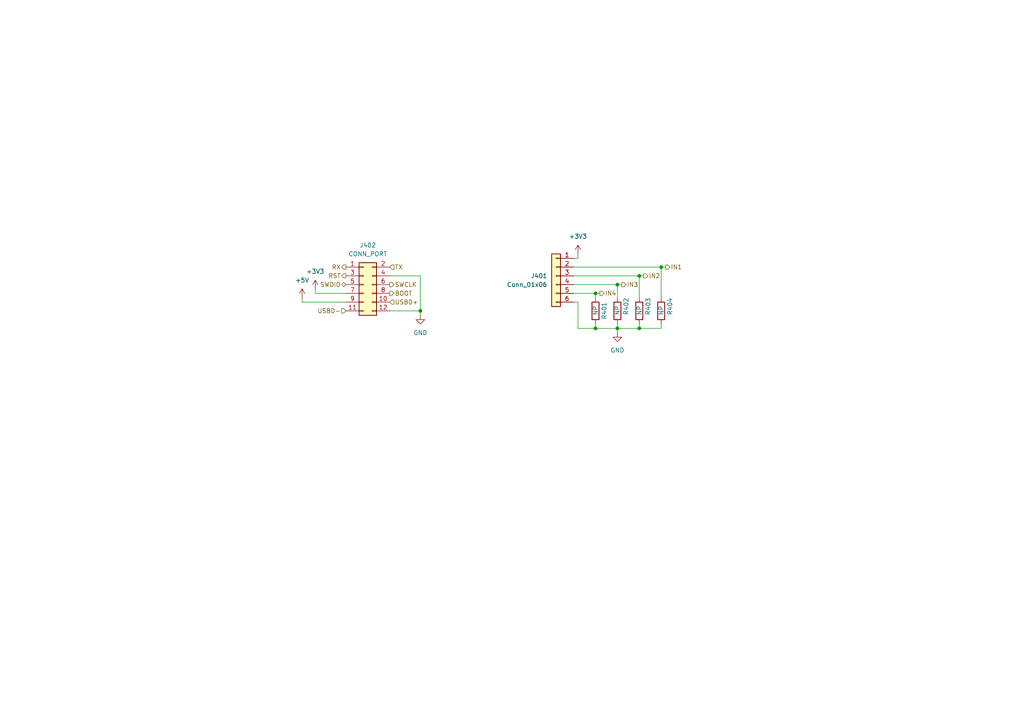
<source format=kicad_sch>
(kicad_sch (version 20211123) (generator eeschema)
  (paper "A4")
  (lib_symbols
    (symbol "Connector_Generic:Conn_01x06" (pin_names (offset 1.016) hide)
      (property "Reference" "J" (at 0 7.62 0))
      (property "Value" "Conn_01x06" (at 0 -10.16 0))
      (symbol "Conn_01x06_1_1"
        (rectangle (start -1.27 -7.493) (end 0 -7.747) (stroke (width 0.1524)))
        (rectangle (start -1.27 -4.953) (end 0 -5.207) (stroke (width 0.1524)))
        (rectangle (start -1.27 -2.413) (end 0 -2.667) (stroke (width 0.1524)))
        (rectangle (start -1.27 0.127) (end 0 -0.127) (stroke (width 0.1524)))
        (rectangle (start -1.27 2.667) (end 0 2.413) (stroke (width 0.1524)))
        (rectangle (start -1.27 5.207) (end 0 4.953) (stroke (width 0.1524)))
        (rectangle (start -1.27 6.35) (end 1.27 -8.89) (stroke (width 0.254)) (fill (type background)))
        (pin passive line (at -5.08 5.08 0) (length 3.81) (name "Pin_1") (number "1"))
        (pin passive line (at -5.08 2.54 0) (length 3.81) (name "Pin_2") (number "2"))
        (pin passive line (at -5.08 0 0) (length 3.81) (name "Pin_3") (number "3"))
        (pin passive line (at -5.08 -2.54 0) (length 3.81) (name "Pin_4") (number "4"))
        (pin passive line (at -5.08 -5.08 0) (length 3.81) (name "Pin_5") (number "5"))
        (pin passive line (at -5.08 -7.62 0) (length 3.81) (name "Pin_6") (number "6"))
      )
    )
    (symbol "Connector_Generic:Conn_02x06_Odd_Even" (pin_names (offset 1.016) hide)
      (property "Reference" "J" (at 1.27 7.62 0))
      (property "Value" "Conn_02x06_Odd_Even" (at 1.27 -10.16 0))
      (symbol "Conn_02x06_Odd_Even_1_1"
        (rectangle (start -1.27 -7.493) (end 0 -7.747) (stroke (width 0.1524)))
        (rectangle (start -1.27 -4.953) (end 0 -5.207) (stroke (width 0.1524)))
        (rectangle (start -1.27 -2.413) (end 0 -2.667) (stroke (width 0.1524)))
        (rectangle (start -1.27 0.127) (end 0 -0.127) (stroke (width 0.1524)))
        (rectangle (start -1.27 2.667) (end 0 2.413) (stroke (width 0.1524)))
        (rectangle (start -1.27 5.207) (end 0 4.953) (stroke (width 0.1524)))
        (rectangle (start -1.27 6.35) (end 3.81 -8.89) (stroke (width 0.254)) (fill (type background)))
        (rectangle (start 3.81 -7.493) (end 2.54 -7.747) (stroke (width 0.1524)))
        (rectangle (start 3.81 -4.953) (end 2.54 -5.207) (stroke (width 0.1524)))
        (rectangle (start 3.81 -2.413) (end 2.54 -2.667) (stroke (width 0.1524)))
        (rectangle (start 3.81 0.127) (end 2.54 -0.127) (stroke (width 0.1524)))
        (rectangle (start 3.81 2.667) (end 2.54 2.413) (stroke (width 0.1524)))
        (rectangle (start 3.81 5.207) (end 2.54 4.953) (stroke (width 0.1524)))
        (pin passive line (at -5.08 5.08 0) (length 3.81) (name "Pin_1") (number "1"))
        (pin passive line (at 7.62 -5.08 180) (length 3.81) (name "Pin_10") (number "10"))
        (pin passive line (at -5.08 -7.62 0) (length 3.81) (name "Pin_11") (number "11"))
        (pin passive line (at 7.62 -7.62 180) (length 3.81) (name "Pin_12") (number "12"))
        (pin passive line (at 7.62 5.08 180) (length 3.81) (name "Pin_2") (number "2"))
        (pin passive line (at -5.08 2.54 0) (length 3.81) (name "Pin_3") (number "3"))
        (pin passive line (at 7.62 2.54 180) (length 3.81) (name "Pin_4") (number "4"))
        (pin passive line (at -5.08 0 0) (length 3.81) (name "Pin_5") (number "5"))
        (pin passive line (at 7.62 0 180) (length 3.81) (name "Pin_6") (number "6"))
        (pin passive line (at -5.08 -2.54 0) (length 3.81) (name "Pin_7") (number "7"))
        (pin passive line (at 7.62 -2.54 180) (length 3.81) (name "Pin_8") (number "8"))
        (pin passive line (at -5.08 -5.08 0) (length 3.81) (name "Pin_9") (number "9"))
      )
    )
    (symbol "Device:R" (pin_numbers hide) (pin_names (offset 0))
      (property "Reference" "R" (at 2.032 0 90))
      (property "Value" "R" (at 0 0 90))
      (symbol "R_0_1"
        (rectangle (start -1.016 -2.54) (end 1.016 2.54) (stroke (width 0.254)))
      )
      (symbol "R_1_1"
        (pin passive line (at 0 3.81 270) (length 1.27) (name "~") (number "1"))
        (pin passive line (at 0 -3.81 90) (length 1.27) (name "~") (number "2"))
      )
    )
    (symbol "power:+3V3" (power) (pin_names (offset 0))
      (property "Value" "+3V3" (at 0 3.556 0))
      (symbol "+3V3_0_1"
        (polyline (pts (xy -0.762 1.27) (xy 0 2.54)))
        (polyline (pts (xy 0 0) (xy 0 2.54)))
        (polyline (pts (xy 0 2.54) (xy 0.762 1.27)))
      )
      (symbol "+3V3_1_1"
        (pin power_in line (at 0 0 90) (length 0) hide (name "+3V3") (number "1"))
      )
    )
    (symbol "power:+5V" (power) (pin_names (offset 0))
      (property "Value" "+5V" (at 0 3.556 0))
      (symbol "+5V_0_1"
        (polyline (pts (xy -0.762 1.27) (xy 0 2.54)))
        (polyline (pts (xy 0 0) (xy 0 2.54)))
        (polyline (pts (xy 0 2.54) (xy 0.762 1.27)))
      )
      (symbol "+5V_1_1"
        (pin power_in line (at 0 0 90) (length 0) hide (name "+5V") (number "1"))
      )
    )
    (symbol "power:GND" (power) (pin_names (offset 0))
      (property "Value" "GND" (at 0 -3.81 0))
      (symbol "GND_0_1"
        (polyline (pts (xy 0 0) (xy 0 -1.27) (xy 1.27 -1.27) (xy 0 -2.54) (xy -1.27 -1.27) (xy 0 -1.27)))
      )
      (symbol "GND_1_1"
        (pin power_in line (at 0 0 270) (length 0) hide (name "GND") (number "1"))
      )
    )
  )
  (junction (at 191.77 77.47))
  (junction (at 121.92 90.17))
  (junction (at 179.07 95.25))
  (junction (at 185.42 95.25))
  (junction (at 179.07 82.55))
  (junction (at 172.72 95.25))
  (junction (at 172.72 85.09))
  (junction (at 185.42 80.01))
  (wire (pts (xy 179.07 95.25) (xy 179.07 96.52)))
  (wire (pts (xy 185.42 95.25) (xy 191.77 95.25)))
  (wire (pts (xy 185.42 80.01) (xy 185.42 86.36)))
  (wire (pts (xy 166.37 87.63) (xy 167.64 87.63)))
  (wire (pts (xy 87.63 87.63) (xy 87.63 86.36)))
  (wire (pts (xy 172.72 85.09) (xy 173.99 85.09)))
  (wire (pts (xy 191.77 77.47) (xy 193.04 77.47)))
  (wire (pts (xy 166.37 82.55) (xy 179.07 82.55)))
  (wire (pts (xy 167.64 87.63) (xy 167.64 95.25)))
  (wire (pts (xy 121.92 90.17) (xy 121.92 91.44)))
  (wire (pts (xy 185.42 80.01) (xy 186.69 80.01)))
  (wire (pts (xy 172.72 85.09) (xy 172.72 86.36)))
  (wire (pts (xy 121.92 90.17) (xy 113.03 90.17)))
  (wire (pts (xy 87.63 87.63) (xy 100.33 87.63)))
  (wire (pts (xy 179.07 82.55) (xy 180.34 82.55)))
  (wire (pts (xy 166.37 85.09) (xy 172.72 85.09)))
  (wire (pts (xy 167.64 73.66) (xy 167.64 74.93)))
  (wire (pts (xy 166.37 80.01) (xy 185.42 80.01)))
  (wire (pts (xy 167.64 95.25) (xy 172.72 95.25)))
  (wire (pts (xy 172.72 95.25) (xy 179.07 95.25)))
  (wire (pts (xy 185.42 93.98) (xy 185.42 95.25)))
  (wire (pts (xy 100.33 85.09) (xy 91.44 85.09)))
  (wire (pts (xy 172.72 93.98) (xy 172.72 95.25)))
  (wire (pts (xy 121.92 80.01) (xy 121.92 90.17)))
  (wire (pts (xy 179.07 95.25) (xy 185.42 95.25)))
  (wire (pts (xy 91.44 85.09) (xy 91.44 83.82)))
  (wire (pts (xy 179.07 93.98) (xy 179.07 95.25)))
  (wire (pts (xy 167.64 74.93) (xy 166.37 74.93)))
  (wire (pts (xy 191.77 77.47) (xy 191.77 86.36)))
  (wire (pts (xy 166.37 77.47) (xy 191.77 77.47)))
  (wire (pts (xy 113.03 80.01) (xy 121.92 80.01)))
  (wire (pts (xy 179.07 82.55) (xy 179.07 86.36)))
  (wire (pts (xy 191.77 95.25) (xy 191.77 93.98)))
  (hierarchical_label "SWCLK" (shape output) (at 113.03 82.55 0))
  (hierarchical_label "BOOT" (shape output) (at 113.03 85.09 0))
  (hierarchical_label "USBD-" (shape input) (at 100.33 90.17 180))
  (hierarchical_label "RST" (shape output) (at 100.33 80.01 180))
  (hierarchical_label "SWDIO" (shape bidirectional) (at 100.33 82.55 180))
  (hierarchical_label "IN3" (shape output) (at 180.34 82.55 0))
  (hierarchical_label "USBD+" (shape input) (at 113.03 87.63 0))
  (hierarchical_label "TX" (shape input) (at 113.03 77.47 0))
  (hierarchical_label "IN2" (shape output) (at 186.69 80.01 0))
  (hierarchical_label "IN4" (shape output) (at 173.99 85.09 0))
  (hierarchical_label "IN1" (shape output) (at 193.04 77.47 0))
  (hierarchical_label "RX" (shape output) (at 100.33 77.47 180))
  (symbol (lib_id "power:+3V3") (at 167.64 73.66 0) (mirror y) (unit 1)
    (property "Reference" "#PWR0401" (effects hide))
    (property "Value" "+3V3" (at 167.64 68.58 0))
  )
  (symbol (lib_id "Device:R") (at 191.77 90.17 0) (mirror y) (unit 1)
    (property "Reference" "R404" (at 194.31 91.44 90) (effects (justify left)))
    (property "Value" "NP" (at 191.77 91.44 90) (effects (justify left)))
    (property "Footprint" "Resistor_SMD:R_0603_1608Metric" (effects hide))
  )
  (symbol (lib_id "Connector_Generic:Conn_02x06_Odd_Even") (at 105.41 82.55 0) (unit 1)
    (property "Reference" "J402" (at 106.68 71.12 0))
    (property "Value" "CONN_PORT" (at 106.68 73.66 0))
    (property "Footprint" "Connector_IDC:IDC-Header_2x06_P2.54mm_Vertical" (effects hide))
    (property "Comments" "To external USB/General interface header" (effects hide))
  )
  (symbol (lib_id "Device:R") (at 179.07 90.17 0) (mirror y) (unit 1)
    (property "Reference" "R402" (at 181.61 91.44 90) (effects (justify left)))
    (property "Value" "NP" (at 179.07 91.44 90) (effects (justify left)))
    (property "Footprint" "Resistor_SMD:R_0603_1608Metric" (effects hide))
  )
  (symbol (lib_id "Device:R") (at 172.72 90.17 0) (mirror y) (unit 1)
    (property "Reference" "R401" (at 175.26 92.71 90) (effects (justify left)))
    (property "Value" "NP" (at 172.72 91.44 90) (effects (justify left)))
    (property "Footprint" "Resistor_SMD:R_0603_1608Metric" (effects hide))
  )
  (symbol (lib_id "power:+5V") (at 87.63 86.36 0) (unit 1)
    (property "Reference" "#PWR0403" (effects hide))
    (property "Value" "+5V" (at 87.63 81.28 0))
  )
  (symbol (lib_id "power:GND") (at 121.92 91.44 0) (unit 1)
    (property "Reference" "#PWR0404" (effects hide))
    (property "Value" "GND" (at 121.92 96.52 0))
  )
  (symbol (lib_id "power:+3V3") (at 91.44 83.82 0) (unit 1)
    (property "Reference" "#PWR0402" (effects hide))
    (property "Value" "+3V3" (at 91.44 78.74 0))
  )
  (symbol (lib_id "Connector_Generic:Conn_01x06") (at 161.29 80.01 0) (mirror y) (unit 1)
    (property "Reference" "J401" (at 158.75 80.0099 0) (effects (justify left)))
    (property "Value" "Conn_01x06" (at 158.75 82.5499 0) (effects (justify left)))
    (property "Footprint" "Connector_JST:JST_XH_B6B-XH-A_1x06_P2.50mm_Vertical" (effects hide))
    (property "Comments" "Connect buttons/sensors here" (effects hide))
    (property "Link" "https://www.lcsc.com/product-detail/Wire-To-Board-Wire-To-Wire-Connector_JST-Sales-America-B6B-XH-A-LF-SN_C144397.html" (effects hide))
  )
  (symbol (lib_id "Device:R") (at 185.42 90.17 0) (mirror y) (unit 1)
    (property "Reference" "R403" (at 187.96 91.44 90) (effects (justify left)))
    (property "Value" "NP" (at 185.42 91.44 90) (effects (justify left)))
    (property "Footprint" "Resistor_SMD:R_0603_1608Metric" (effects hide))
  )
  (symbol (lib_id "power:GND") (at 179.07 96.52 0) (unit 1)
    (property "Reference" "#PWR0405" (effects hide))
    (property "Value" "GND" (at 179.07 101.6 0))
  )
)
</source>
